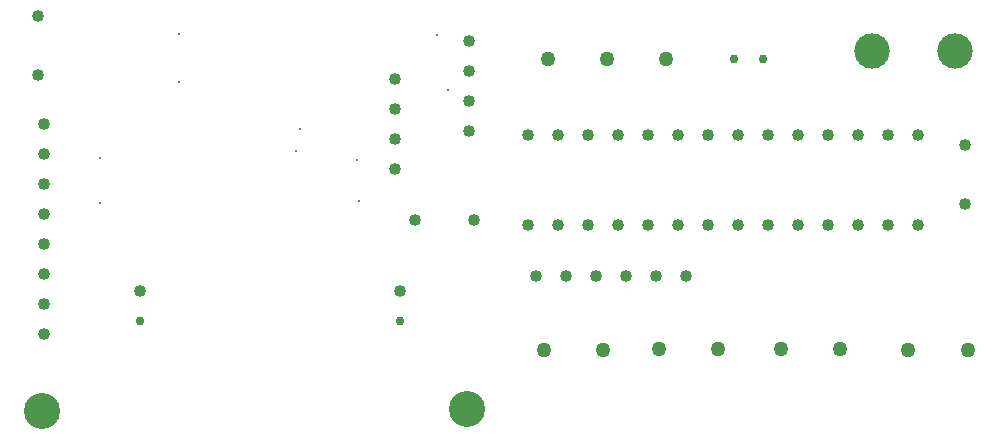
<source format=gbr>
G04 PROTEUS GERBER X2 FILE*
%TF.GenerationSoftware,Labcenter,Proteus,8.6-SP2-Build23525*%
%TF.CreationDate,2019-05-24T14:24:23+00:00*%
%TF.FileFunction,Plated,1,2,PTH*%
%TF.FilePolarity,Positive*%
%TF.Part,Single*%
%FSLAX45Y45*%
%MOMM*%
G01*
%TA.AperFunction,ViaDrill*%
%ADD60C,0.254000*%
%TA.AperFunction,ComponentDrill*%
%ADD61C,1.016000*%
%TA.AperFunction,ComponentDrill*%
%ADD62C,0.762000*%
%TA.AperFunction,ComponentDrill*%
%ADD63C,1.270000*%
%TA.AperFunction,ComponentDrill*%
%ADD64C,3.000000*%
%TA.AperFunction,OtherDrill,Unknown*%
%ADD65C,3.050000*%
%TD.AperFunction*%
D60*
X-5201923Y+7056296D03*
X-5197920Y+6647975D03*
X-5866758Y+5629206D03*
X-5866758Y+6005884D03*
X-4210000Y+6070000D03*
X-3676233Y+5645859D03*
X-3690000Y+5990000D03*
X-4174438Y+6251245D03*
X-3015176Y+7051596D03*
X-2924007Y+6580387D03*
D61*
X-6390000Y+6710000D03*
X-6390000Y+7210000D03*
X-3370000Y+6680000D03*
X-3370000Y+6426000D03*
X-3370000Y+6172000D03*
X-3370000Y+5918000D03*
X-2740000Y+7000000D03*
X-2740000Y+6746000D03*
X-2740000Y+6492000D03*
X-2740000Y+6238000D03*
X-6340000Y+6300000D03*
X-6340000Y+6046000D03*
X-6340000Y+5792000D03*
X-6340000Y+5538000D03*
X-6340000Y+5284000D03*
X-6340000Y+5030000D03*
X-6340000Y+4776000D03*
X-6340000Y+4522000D03*
X-3330000Y+4880000D03*
D62*
X-3330000Y+4630000D03*
D61*
X-5530000Y+4880000D03*
D62*
X-5530000Y+4630000D03*
D61*
X-2700000Y+5480000D03*
X-3200000Y+5480000D03*
X+1060000Y+6202000D03*
X+806000Y+6202000D03*
X+552000Y+6202000D03*
X+298000Y+6202000D03*
X+44000Y+6202000D03*
X-210000Y+6202000D03*
X-464000Y+6202000D03*
X-718000Y+6202000D03*
X-972000Y+6202000D03*
X-1226000Y+6202000D03*
X-1480000Y+6202000D03*
X-1734000Y+6202000D03*
X-1988000Y+6202000D03*
X-2242000Y+6202000D03*
X-2242000Y+5440000D03*
X-1988000Y+5440000D03*
X-1734000Y+5440000D03*
X-1480000Y+5440000D03*
X-1226000Y+5440000D03*
X-972000Y+5440000D03*
X-718000Y+5440000D03*
X-464000Y+5440000D03*
X-210000Y+5440000D03*
X+44000Y+5440000D03*
X+298000Y+5440000D03*
X+552000Y+5440000D03*
X+806000Y+5440000D03*
X+1058000Y+5440000D03*
D63*
X-1612000Y+4380000D03*
X-2112000Y+4380000D03*
X-632000Y+4390000D03*
X-1132000Y+4390000D03*
X+398000Y+4390000D03*
X-102000Y+4390000D03*
X+1478000Y+4380000D03*
X+978000Y+4380000D03*
X-1072000Y+6850000D03*
X-1572000Y+6850000D03*
X-2072000Y+6850000D03*
D61*
X+1460000Y+5620000D03*
X+1460000Y+6120000D03*
X-902000Y+5010000D03*
X-1156000Y+5010000D03*
X-1410000Y+5010000D03*
X-1664000Y+5010000D03*
X-1918000Y+5010000D03*
X-2172000Y+5010000D03*
D64*
X+668000Y+6910000D03*
X+1368000Y+6910000D03*
D62*
X-502000Y+6850000D03*
X-252000Y+6850000D03*
D65*
X-6360000Y+3870000D03*
X-2760000Y+3880000D03*
M02*

</source>
